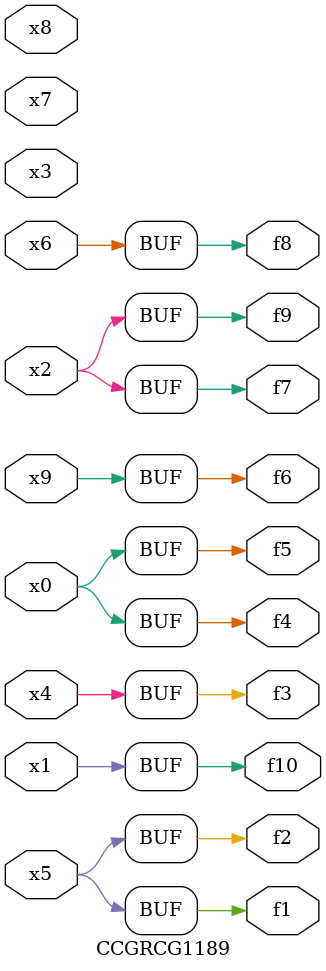
<source format=v>
module CCGRCG1189(
	input x0, x1, x2, x3, x4, x5, x6, x7, x8, x9,
	output f1, f2, f3, f4, f5, f6, f7, f8, f9, f10
);
	assign f1 = x5;
	assign f2 = x5;
	assign f3 = x4;
	assign f4 = x0;
	assign f5 = x0;
	assign f6 = x9;
	assign f7 = x2;
	assign f8 = x6;
	assign f9 = x2;
	assign f10 = x1;
endmodule

</source>
